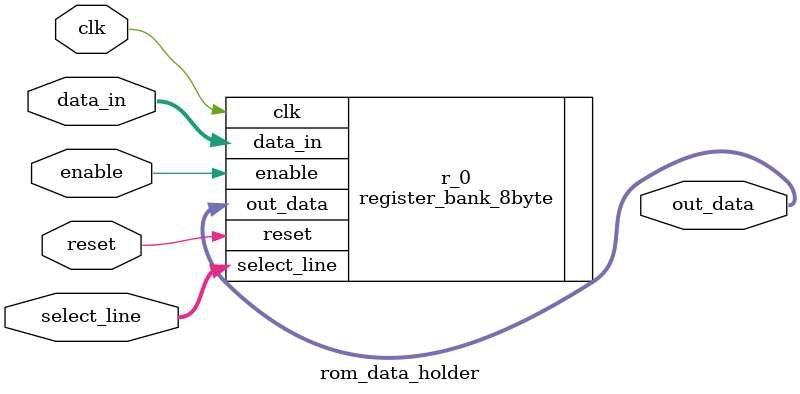
<source format=v>

`include "register_bank_8byte.v"
`define low_val 1'b0
`define bank_depth 8
`define data_width 8
`define select 8


module rom_data_holder
                    ( input clk, 
                      input reset,
                      input enable,
                      input [`select -1 : 0] select_line, 
                      input [`data_width-1:0] data_in,
                      output [`bank_depth-1:0]out_data
                    );


// module instantiation

register_bank_8byte r_0
                    ( .clk(clk),
                      .reset(reset),
                      .enable(enable),
                      .select_line(select_line[7:0]), 
                      .data_in(data_in),
                      .out_data(out_data)
                    );


endmodule
</source>
